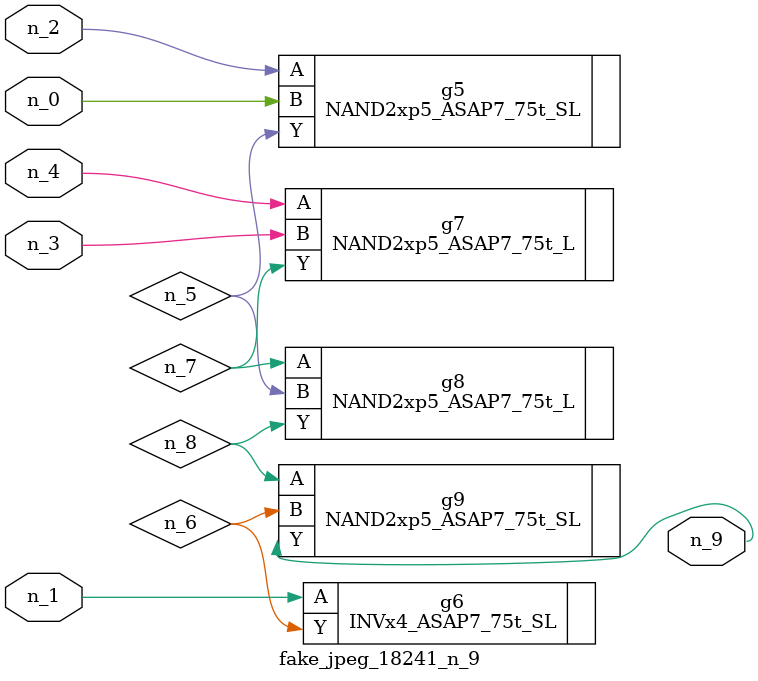
<source format=v>
module fake_jpeg_18241_n_9 (n_3, n_2, n_1, n_0, n_4, n_9);

input n_3;
input n_2;
input n_1;
input n_0;
input n_4;

output n_9;

wire n_8;
wire n_6;
wire n_5;
wire n_7;

NAND2xp5_ASAP7_75t_SL g5 ( 
.A(n_2),
.B(n_0),
.Y(n_5)
);

INVx4_ASAP7_75t_SL g6 ( 
.A(n_1),
.Y(n_6)
);

NAND2xp5_ASAP7_75t_L g7 ( 
.A(n_4),
.B(n_3),
.Y(n_7)
);

NAND2xp5_ASAP7_75t_L g8 ( 
.A(n_7),
.B(n_5),
.Y(n_8)
);

NAND2xp5_ASAP7_75t_SL g9 ( 
.A(n_8),
.B(n_6),
.Y(n_9)
);


endmodule
</source>
